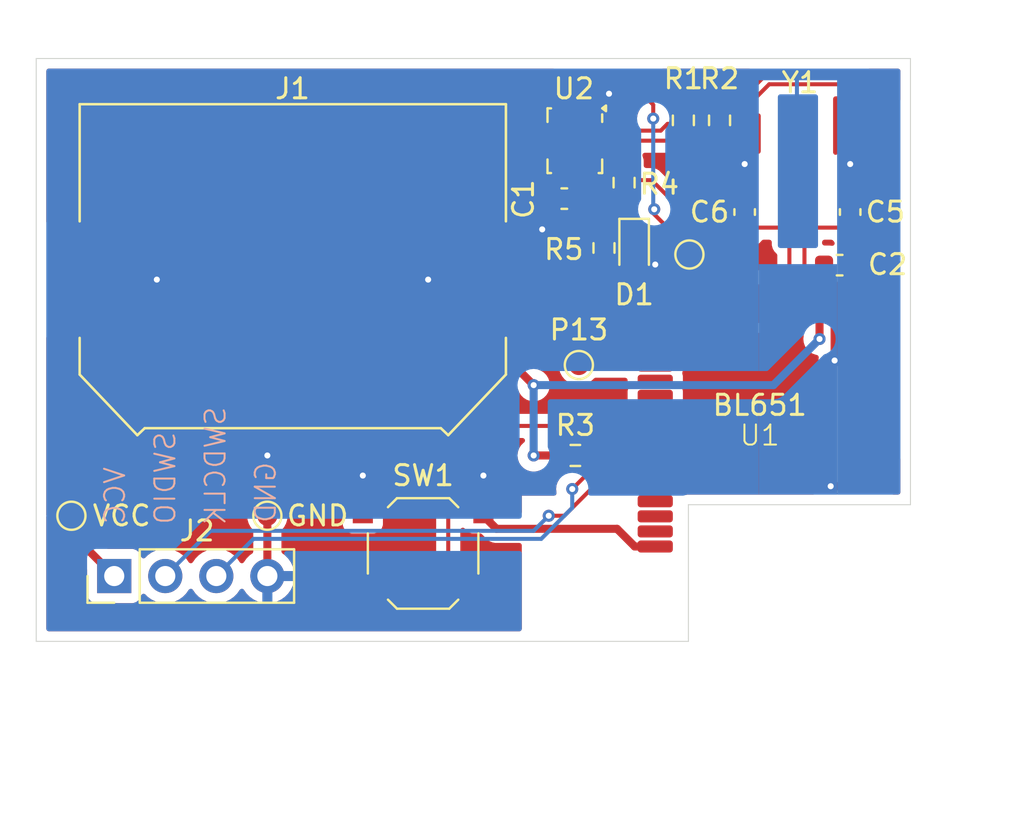
<source format=kicad_pcb>
(kicad_pcb (version 20240108) (generator "pcbnew") (generator_version "8.0")
  (layers (0 "F.Cu" signal) (31 "B.Cu" signal) (34 "B.Paste" user) (35 "F.Paste" user) (36 "B.SilkS" user "B.Silkscreen") (37 "F.SilkS" user "F.Silkscreen") (38 "B.Mask" user) (39 "F.Mask" user) (44 "Edge.Cuts" user))
  (net 0 "")
  (net 1 "GND")
  (net 2 "VCC")
  (net 3 "SCL_1")
  (net 4 "SDA_1")
  (net 5 "Net-(U1-nRESET)")
  (net 7 "SWDCLK")
  (net 17 "INT_1")
  (net 20 "SWDIO")
  (net 24 "Net-(TP1-Pad1)")
  (net 26 "XL2")
  (net 28 "XL1")
  (net 31 "INT_2")
  (net 38 "Net-(D1-K)")
  (net 39 "Net-(U2-CS)")
  (net 40 "I{slash}O 9")
  (footprint "Resistor_SMD:R_0603_1608Metric" (layer "F.Cu") (at 53 30.425 90)
    (property "Reference" "R5" (at -0.075 -2 180) (layer "F.SilkS"))
    (property "Value" "100")
    (fp_line (start -0.237258 -0.5225) (end 0.237258 -0.5225) (stroke (width 0.12)) (layer "F.SilkS"))
    (fp_line (start -0.237258 0.5225) (end 0.237258 0.5225) (stroke (width 0.12)) (layer "F.SilkS"))
    (pad "1" smd roundrect (at -0.825 0 90) (size 0.8 0.95) (layers "F.Cu" "F.Paste" "F.Mask") (net 2 "VCC"))
    (pad "2" smd roundrect (at 0.825 0 90) (size 0.8 0.95) (layers "F.Cu" "F.Paste" "F.Mask") (net 38 "Net-(D1-K)"))
  )
  (footprint "Resistor_SMD:R_0603_1608Metric" (layer "F.Cu") (at 58.75 24.075 90)
    (property "Reference" "R2" (at 2.075 0 0) (layer "F.SilkS"))
    (property "Value" "4.7k")
    (fp_line (start -0.237258 -0.5225) (end 0.237258 -0.5225) (stroke (width 0.12)) (layer "F.SilkS"))
    (fp_line (start -0.237258 0.5225) (end 0.237258 0.5225) (stroke (width 0.12)) (layer "F.SilkS"))
    (pad "1" smd roundrect (at -0.825 0 90) (size 0.8 0.95) (layers "F.Cu" "F.Paste" "F.Mask") (net 4 "SDA_1"))
    (pad "2" smd roundrect (at 0.825 0 90) (size 0.8 0.95) (layers "F.Cu" "F.Paste" "F.Mask") (net 2 "VCC"))
  )
  (footprint "Connector_PinHeader_2.54mm:PinHeader_1x04_P2.54mm_Vertical" (layer "F.Cu") (at 28.63 46.75 90)
    (property "Reference" "J2" (at 2.25 4.12 0) (layer "F.SilkS"))
    (property "Value" "1x04")
    (fp_line (start -1.33 -1.33) (end 0 -1.33) (stroke (width 0.12)) (layer "F.SilkS"))
    (fp_line (start -1.33 0) (end -1.33 -1.33) (stroke (width 0.12)) (layer "F.SilkS"))
    (fp_line (start 1.33 1.27) (end 1.33 8.95) (stroke (width 0.12)) (layer "F.SilkS"))
    (fp_line (start -1.33 1.27) (end 1.33 1.27) (stroke (width 0.12)) (layer "F.SilkS"))
    (fp_line (start -1.33 1.27) (end -1.33 8.95) (stroke (width 0.12)) (layer "F.SilkS"))
    (fp_line (start -1.33 8.95) (end 1.33 8.95) (stroke (width 0.12)) (layer "F.SilkS"))
    (pad "1" thru_hole rect (at 0 0 90) (size 1.7 1.7) (drill 1) (layers "*.Cu" "*.Mask") (net 2 "VCC"))
    (pad "2" thru_hole oval (at 0 2.54 90) (size 1.7 1.7) (drill 1) (layers "*.Cu" "*.Mask") (net 20 "SWDIO"))
    (pad "3" thru_hole oval (at 0 5.08 90) (size 1.7 1.7) (drill 1) (layers "*.Cu" "*.Mask") (net 7 "SWDCLK"))
    (pad "4" thru_hole oval (at 0 7.62 90) (size 1.7 1.7) (drill 1) (layers "*.Cu" "*.Mask") (net 1 "GND"))
  )
  (footprint "Resistor_SMD:R_0603_1608Metric" (layer "F.Cu") (at 54 27.175 -90)
    (property "Reference" "R4" (at 0.075 -1.75 180) (layer "F.SilkS"))
    (property "Value" "4.7k")
    (fp_line (start -0.237258 0.5225) (end 0.237258 0.5225) (stroke (width 0.12)) (layer "F.SilkS"))
    (fp_line (start -0.237258 -0.5225) (end 0.237258 -0.5225) (stroke (width 0.12)) (layer "F.SilkS"))
    (pad "1" smd roundrect (at -0.825 0 270) (size 0.8 0.95) (layers "F.Cu" "F.Paste" "F.Mask") (net 39 "Net-(U2-CS)"))
    (pad "2" smd roundrect (at 0.825 0 270) (size 0.8 0.95) (layers "F.Cu" "F.Paste" "F.Mask") (net 2 "VCC"))
  )
  (footprint "TestPoint:TestPoint_Pad_D1.0mm" (layer "F.Cu") (at 51.75 36.25)
    (property "Reference" "P13" (at 0 -1.75 0) (layer "F.SilkS"))
    (property "Value" "TestPoint")
    (fp_circle (center 0 0) (end 0 0.7) (stroke (width 0.12)) (fill none) (layer "F.SilkS"))
    (pad "1" smd circle (at 0 0) (size 1 1) (layers "F.Cu" "F.Mask") (net 24 "Net-(TP1-Pad1)"))
  )
  (footprint "Resistor_SMD:R_0603_1608Metric" (layer "F.Cu") (at 56.95 24.075 -90)
    (property "Reference" "R1" (at -2.075 0 0) (layer "F.SilkS"))
    (property "Value" "4.7k")
    (fp_line (start -0.237258 0.5225) (end 0.237258 0.5225) (stroke (width 0.12)) (layer "F.SilkS"))
    (fp_line (start -0.237258 -0.5225) (end 0.237258 -0.5225) (stroke (width 0.12)) (layer "F.SilkS"))
    (pad "1" smd roundrect (at -0.825 0 270) (size 0.8 0.95) (layers "F.Cu" "F.Paste" "F.Mask") (net 2 "VCC"))
    (pad "2" smd roundrect (at 0.825 0 270) (size 0.8 0.95) (layers "F.Cu" "F.Paste" "F.Mask") (net 3 "SCL_1"))
  )
  (footprint "Capacitor_SMD:C_0603_1608Metric" (layer "F.Cu") (at 64.725 31.28 180)
    (property "Reference" "C2" (at -2.3875 0.03 0) (layer "F.SilkS"))
    (property "Value" "100nF")
    (fp_line (start -0.14058 0.51) (end 0.14058 0.51) (stroke (width 0.12)) (layer "F.SilkS"))
    (fp_line (start -0.14058 -0.51) (end 0.14058 -0.51) (stroke (width 0.12)) (layer "F.SilkS"))
    (pad "1" smd roundrect (at -0.775 0 180) (size 0.9 0.95) (layers "F.Cu" "F.Paste" "F.Mask") (net 1 "GND"))
    (pad "2" smd roundrect (at 0.775 0 180) (size 0.9 0.95) (layers "F.Cu" "F.Paste" "F.Mask") (net 2 "VCC"))
  )
  (footprint "Capacitor_SMD:C_0603_1608Metric" (layer "F.Cu") (at 60 28.6375 -90)
    (property "Reference" "C6" (at 0 1.75 0) (layer "F.SilkS"))
    (property "Value" "12pF")
    (fp_line (start -0.14058 0.51) (end 0.14058 0.51) (stroke (width 0.12)) (layer "F.SilkS"))
    (fp_line (start -0.14058 -0.51) (end 0.14058 -0.51) (stroke (width 0.12)) (layer "F.SilkS"))
    (pad "1" smd roundrect (at -0.775 0 270) (size 0.9 0.95) (layers "F.Cu" "F.Paste" "F.Mask") (net 1 "GND"))
    (pad "2" smd roundrect (at 0.775 0 270) (size 0.9 0.95) (layers "F.Cu" "F.Paste" "F.Mask") (net 26 "XL2"))
  )
  (footprint "TestPoint:TestPoint_Pad_D1.0mm" (layer "F.Cu") (at 57.25 30.75)
    (property "Reference" "TP4" (hide yes))
    (property "Value" "TestPoint")
    (fp_circle (center 0 0) (end 0 0.7) (stroke (width 0.12)) (fill none) (layer "F.SilkS"))
    (pad "1" smd circle (at 0 0) (size 1 1) (layers "F.Cu" "F.Mask") (net 17 "INT_1"))
  )
  (footprint "Capacitor_SMD:C_0603_1608Metric" (layer "F.Cu") (at 51.025 27.97 180)
    (property "Reference" "C1" (at 2.0375 -0.03 -90) (layer "F.SilkS"))
    (property "Value" "100nF")
    (fp_line (start -0.14058 0.51) (end 0.14058 0.51) (stroke (width 0.12)) (layer "F.SilkS"))
    (fp_line (start -0.14058 -0.51) (end 0.14058 -0.51) (stroke (width 0.12)) (layer "F.SilkS"))
    (pad "1" smd roundrect (at -0.775 0 180) (size 0.9 0.95) (layers "F.Cu" "F.Paste" "F.Mask") (net 2 "VCC"))
    (pad "2" smd roundrect (at 0.775 0 180) (size 0.9 0.95) (layers "F.Cu" "F.Paste" "F.Mask") (net 1 "GND"))
  )
  (footprint "Resistor_SMD:R_0603_1608Metric" (layer "F.Cu") (at 51.575 40.75)
    (property "Reference" "R3" (at 0 -1.5 180) (layer "F.SilkS"))
    (property "Value" "4.7k")
    (fp_line (start -0.237258 -0.5225) (end 0.237258 -0.5225) (stroke (width 0.12)) (layer "F.SilkS"))
    (fp_line (start -0.237258 0.5225) (end 0.237258 0.5225) (stroke (width 0.12)) (layer "F.SilkS"))
    (pad "1" smd roundrect (at -0.825 0) (size 0.8 0.95) (layers "F.Cu" "F.Paste" "F.Mask") (net 2 "VCC"))
    (pad "2" smd roundrect (at 0.825 0) (size 0.8 0.95) (layers "F.Cu" "F.Paste" "F.Mask") (net 5 "Net-(U1-nRESET)"))
  )
  (footprint "Custom Components:Euzrio 453-00005" (layer "F.Cu") (at 60.65 47.53 180)
    (property "Reference" "U1" (at -0.1 7.78 0) (layer "F.SilkS") (effects (font (thickness 0.1))))
    (property "Value" "~")
    (fp_text user "BL651" (at -0.1 9.28 0) (layer "F.SilkS"))
    (pad "1" smd roundrect (at 5.1 2.25 180) (size 1.75 0.6) (layers "F.Cu" "F.Paste" "F.Mask") (net 1 "GND"))
    (pad "2" smd roundrect (at 5.1 3 180) (size 1.75 0.6) (layers "F.Cu" "F.Paste" "F.Mask"))
    (pad "3" smd roundrect (at 5.1 3.75 180) (size 1.75 0.6) (layers "F.Cu" "F.Paste" "F.Mask"))
    (pad "4" smd roundrect (at 5.1 4.5 180) (size 1.75 0.6) (layers "F.Cu" "F.Paste" "F.Mask"))
    (pad "5" smd roundrect (at 5.1 5.25 180) (size 1.75 0.6) (layers "F.Cu" "F.Paste" "F.Mask") (net 20 "SWDIO"))
    (pad "6" smd roundrect (at 5.1 6 180) (size 1.75 0.6) (layers "F.Cu" "F.Paste" "F.Mask") (net 7 "SWDCLK"))
    (pad "7" smd roundrect (at 5.1 6.75 180) (size 1.75 0.6) (layers "F.Cu" "F.Paste" "F.Mask") (net 5 "Net-(U1-nRESET)"))
    (pad "8" smd roundrect (at 5.1 7.5 180) (size 1.75 0.6) (layers "F.Cu" "F.Paste" "F.Mask"))
    (pad "9" smd roundrect (at 5.1 8.25 180) (size 1.75 0.6) (layers "F.Cu" "F.Paste" "F.Mask") (net 40 "I{slash}O 9"))
    (pad "10" smd roundrect (at 5.1 9 180) (size 1.75 0.6) (layers "F.Cu" "F.Paste" "F.Mask"))
    (pad "11" smd roundrect (at 5.1 9.75 180) (size 1.75 0.6) (layers "F.Cu" "F.Paste" "F.Mask"))
    (pad "12" smd roundrect (at 5.1 10.5 180) (size 1.75 0.6) (layers "F.Cu" "F.Paste" "F.Mask"))
    (pad "13" smd roundrect (at 5.1 11.25 180) (size 1.75 0.6) (layers "F.Cu" "F.Paste" "F.Mask") (net 24 "Net-(TP1-Pad1)"))
    (pad "14" smd roundrect (at 5.1 12 180) (size 1.75 0.6) (layers "F.Cu" "F.Paste" "F.Mask"))
    (pad "15" smd roundrect (at 5.1 12.75 180) (size 1.75 0.6) (layers "F.Cu" "F.Paste" "F.Mask"))
    (pad "16" smd roundrect (at 5.1 13.5 180) (size 1.75 0.6) (layers "F.Cu" "F.Paste" "F.Mask") (net 1 "GND"))
    (pad "17" smd roundrect (at 3.675 14.25 270) (size 1.75 0.6) (layers "F.Cu" "F.Paste" "F.Mask"))
    (pad "18" smd roundrect (at 2.925 14.25 270) (size 1.75 0.6) (layers "F.Cu" "F.Paste" "F.Mask"))
    (pad "19" smd roundrect (at 2.175 14.25 270) (size 1.75 0.6) (layers "F.Cu" "F.Paste" "F.Mask"))
    (pad "20" smd roundrect (at 1.425 14.25 270) (size 1.75 0.6) (layers "F.Cu" "F.Paste" "F.Mask"))
    (pad "21" smd roundrect (at 0.675 14.25 270) (size 1.75 0.6) (layers "F.Cu" "F.Paste" "F.Mask") (net 17 "INT_1"))
    (pad "22" smd roundrect (at -0.075 14.25 270) (size 1.75 0.6) (layers "F.Cu" "F.Paste" "F.Mask") (net 31 "INT_2"))
    (pad "23" smd roundrect (at -0.825 14.25 270) (size 1.75 0.6) (layers "F.Cu" "F.Paste" "F.Mask"))
    (pad "24" smd roundrect (at -1.575 14.25 270) (size 1.75 0.6) (layers "F.Cu" "F.Paste" "F.Mask") (net 26 "XL2"))
    (pad "25" smd roundrect (at -2.325 14.25 270) (size 1.75 0.6) (layers "F.Cu" "F.Paste" "F.Mask") (net 28 "XL1"))
    (pad "26" smd roundrect (at -3.075 14.25 270) (size 1.75 0.6) (layers "F.Cu" "F.Paste" "F.Mask") (net 2 "VCC"))
    (pad "27" smd roundrect (at -3.825 14.25 270) (size 1.75 0.6) (layers "F.Cu" "F.Paste" "F.Mask") (net 1 "GND"))
    (pad "28" smd roundrect (at -5.25 13.5 180) (size 1.75 0.6) (layers "F.Cu" "F.Paste" "F.Mask"))
    (pad "29" smd roundrect (at -5.25 12.75 180) (size 1.75 0.6) (layers "F.Cu" "F.Paste" "F.Mask"))
    (pad "30" smd roundrect (at -5.25 12 180) (size 1.75 0.6) (layers "F.Cu" "F.Paste" "F.Mask"))
    (pad "31" smd roundrect (at -5.25 11.25 180) (size 1.75 0.6) (layers "F.Cu" "F.Paste" "F.Mask"))
    (pad "32" smd roundrect (at -5.25 10.5 180) (size 1.75 0.6) (layers "F.Cu" "F.Paste" "F.Mask"))
    (pad "33" smd roundrect (at -5.25 9.75 180) (size 1.75 0.6) (layers "F.Cu" "F.Paste" "F.Mask"))
    (pad "34" smd roundrect (at -5.25 9 180) (size 1.75 0.6) (layers "F.Cu" "F.Paste" "F.Mask"))
    (pad "35" smd roundrect (at -5.25 8.25 180) (size 1.75 0.6) (layers "F.Cu" "F.Paste" "F.Mask"))
    (pad "36" smd roundrect (at -5.25 7.5 180) (size 1.75 0.6) (layers "F.Cu" "F.Paste" "F.Mask") (net 3 "SCL_1"))
    (pad "37" smd roundrect (at -5.25 6.75 180) (size 1.75 0.6) (layers "F.Cu" "F.Paste" "F.Mask") (net 4 "SDA_1"))
    (pad "38" smd roundrect (at -5.25 6 180) (size 1.75 0.6) (layers "F.Cu" "F.Paste" "F.Mask"))
    (pad "39" smd roundrect (at -5.25 5.25 180) (size 1.75 0.6) (layers "F.Cu" "F.Paste" "F.Mask") (net 1 "GND"))
  )
  (footprint "TestPoint:TestPoint_Pad_D1.0mm" (layer "F.Cu") (at 26.5 43.75)
    (property "Reference" "VCC" (at 2.5 0 0) (layer "F.SilkS"))
    (property "Value" "TestPoint")
    (fp_circle (center 0 0) (end 0 0.7) (stroke (width 0.12)) (fill none) (layer "F.SilkS"))
    (pad "1" smd circle (at 0 0) (size 1 1) (layers "F.Cu" "F.Mask") (net 2 "VCC"))
  )
  (footprint "Button_Switch_SMD:SW_Push_1P1T_XKB_TS-1187A" (layer "F.Cu") (at 44 45.625 180)
    (property "Reference" "SW1" (at 0 3.875 180) (layer "F.SilkS"))
    (property "Value" "SW_Push")
    (fp_line (start 2.75 -1) (end 2.75 1) (stroke (width 0.12)) (layer "F.SilkS"))
    (fp_line (start 1.75 2.3) (end 1.3 2.75) (stroke (width 0.12)) (layer "F.SilkS"))
    (fp_line (start 1.75 -2.3) (end 1.3 -2.75) (stroke (width 0.12)) (layer "F.SilkS"))
    (fp_line (start -1.3 2.75) (end 1.3 2.75) (stroke (width 0.12)) (layer "F.SilkS"))
    (fp_line (start -1.3 -2.75) (end 1.3 -2.75) (stroke (width 0.12)) (layer "F.SilkS"))
    (fp_line (start -1.75 2.3) (end -1.3 2.75) (stroke (width 0.12)) (layer "F.SilkS"))
    (fp_line (start -1.75 -2.3) (end -1.3 -2.75) (stroke (width 0.12)) (layer "F.SilkS"))
    (fp_line (start -2.75 -1) (end -2.75 1) (stroke (width 0.12)) (layer "F.SilkS"))
    (pad "1" smd rect (at -3 -1.875 180) (size 1 0.75) (layers "F.Cu" "F.Paste" "F.Mask") (net 40 "I{slash}O 9"))
    (pad "1" smd rect (at 3 -1.875 180) (size 1 0.75) (layers "F.Cu" "F.Paste" "F.Mask") (net 40 "I{slash}O 9"))
    (pad "2" smd rect (at -3 1.875 180) (size 1 0.75) (layers "F.Cu" "F.Paste" "F.Mask") (net 1 "GND"))
    (pad "2" smd rect (at 3 1.875 180) (size 1 0.75) (layers "F.Cu" "F.Paste" "F.Mask") (net 1 "GND"))
  )
  (footprint "LED_SMD:LED_0603_1608Metric" (layer "F.Cu") (at 54.5 30.4625 -90)
    (property "Reference" "D1" (at 2.2875 0 180) (layer "F.SilkS"))
    (property "Value" "LED")
    (fp_line (start -1.485 0.735) (end 0.8 0.735) (stroke (width 0.12)) (layer "F.SilkS"))
    (fp_line (start -1.485 -0.735) (end -1.485 0.735) (stroke (width 0.12)) (layer "F.SilkS"))
    (fp_line (start 0.8 -0.735) (end -1.485 -0.735) (stroke (width 0.12)) (layer "F.SilkS"))
    (pad "1" smd roundrect (at -0.7875 0 270) (size 0.875 0.95) (layers "F.Cu" "F.Paste" "F.Mask") (net 38 "Net-(D1-K)"))
    (pad "2" smd roundrect (at 0.7875 0 270) (size 0.875 0.95) (layers "F.Cu" "F.Paste" "F.Mask") (net 1 "GND"))
  )
  (footprint "32.768khz crystal:CM130 32.768 DZCT" (layer "F.Cu") (at 56.65 26.45 90)
    (property "Reference" "Y1" (hide yes))
    (property "Value" "CM130_9pf_+-20ppm")
    (pad "1" smd roundrect (at -3.3 6.4 90) (size 1.2 0.6) (layers "F.Cu" "F.Paste" "F.Mask") (net 28 "XL1"))
    (pad "2" smd roundrect (at -3.3 5.5 90) (size 1.2 0.6) (layers "F.Cu" "F.Paste" "F.Mask") (net 26 "XL2"))
    (pad "3" smd roundrect (at 3 6.4 90) (size 1.2 0.6) (layers "F.Cu" "F.Paste" "F.Mask"))
    (pad "4" smd roundrect (at 3 5.5 90) (size 1.2 0.6) (layers "F.Cu" "F.Paste" "F.Mask"))
  )
  (footprint "Coin_cell_batt:BAT_3034" (layer "F.Cu") (at 37.515 32 180)
    (property "Reference" "J1" (at 0.015 9.5 0) (layer "F.SilkS"))
    (property "Value" "3034")
    (fp_line (start 10.605 8.7286) (end 10.605 2.9) (stroke (width 0.127)) (layer "F.SilkS"))
    (fp_line (start 10.605 -4.72297) (end 10.605 -2.9) (stroke (width 0.127)) (layer "F.SilkS"))
    (fp_line (start 7.73413 -7.74146) (end 10.605 -4.72297) (stroke (width 0.127)) (layer "F.SilkS"))
    (fp_line (start 7.366 -7.3914) (end 7.73413 -7.74146) (stroke (width 0.127)) (layer "F.SilkS"))
    (fp_line (start -7.366 -7.3914) (end 7.366 -7.3914) (stroke (width 0.127)) (layer "F.SilkS"))
    (fp_line (start -7.73413 -7.74146) (end -7.366 -7.3914) (stroke (width 0.127)) (layer "F.SilkS"))
    (fp_line (start -7.73413 -7.74146) (end -10.605 -4.72297) (stroke (width 0.127)) (layer "F.SilkS"))
    (fp_line (start -10.605 8.7286) (end 10.605 8.7286) (stroke (width 0.127)) (layer "F.SilkS"))
    (fp_line (start -10.605 8.7286) (end -10.605 2.9) (stroke (width 0.127)) (layer "F.SilkS"))
    (fp_line (start -10.605 -4.72297) (end -10.605 -2.9) (stroke (width 0.127)) (layer "F.SilkS"))
    (pad "N" smd circle (at 0 0 180) (size 12 12) (layers "F.Cu" "F.Mask") (net 1 "GND"))
    (pad "P1" smd rect (at -10.985 0 180) (size 1.27 5.08) (layers "F.Cu" "F.Paste" "F.Mask") (net 2 "VCC"))
    (pad "P2" smd rect (at 10.985 0 180) (size 1.27 5.08) (layers "F.Cu" "F.Paste" "F.Mask") (net 2 "VCC"))
  )
  (footprint "Capacitor_SMD:C_0603_1608Metric" (layer "F.Cu") (at 65.25 28.6375 -90)
    (property "Reference" "C5" (at 0 -1.75 0) (layer "F.SilkS"))
    (property "Value" "12pF")
    (fp_line (start -0.14058 0.51) (end 0.14058 0.51) (stroke (width 0.12)) (layer "F.SilkS"))
    (fp_line (start -0.14058 -0.51) (end 0.14058 -0.51) (stroke (width 0.12)) (layer "F.SilkS"))
    (pad "1" smd roundrect (at -0.775 0 270) (size 0.9 0.95) (layers "F.Cu" "F.Paste" "F.Mask") (net 1 "GND"))
    (pad "2" smd roundrect (at 0.775 0 270) (size 0.9 0.95) (layers "F.Cu" "F.Paste" "F.Mask") (net 28 "XL1"))
  )
  (footprint "Package_LGA:LGA-14_3x2.5mm_P0.5mm_LayoutBorder3x4y" (layer "F.Cu") (at 51.55 25.0875 -90)
    (property "Reference" "U2" (at -2.5875 0.05 180) (layer "F.SilkS"))
    (property "Value" "LSM6DS3")
    (fp_line (start -1.61 1.36) (end -1.61 1.185) (stroke (width 0.12)) (layer "F.SilkS"))
    (fp_line (start -0.935 1.36) (end -1.61 1.36) (stroke (width 0.12)) (layer "F.SilkS"))
    (fp_line (start 0.935 1.36) (end 1.61 1.36) (stroke (width 0.12)) (layer "F.SilkS"))
    (fp_line (start 1.61 1.36) (end 1.61 1.185) (stroke (width 0.12)) (layer "F.SilkS"))
    (fp_line (start -0.935 -1.36) (end -1.31 -1.36) (stroke (width 0.12)) (layer "F.SilkS"))
    (fp_line (start 0.935 -1.36) (end 1.61 -1.36) (stroke (width 0.12)) (layer "F.SilkS"))
    (fp_line (start 1.61 -1.36) (end 1.61 -1.185) (stroke (width 0.12)) (layer "F.SilkS"))
    (fp_poly (pts (xy -1.61 -1.36) (xy -1.75 -1.55) (xy -1.47 -1.55) (xy -1.61 -1.36)) (stroke (width 0.12)) (fill solid) (layer "F.SilkS"))
    (pad "1" smd roundrect (at -1.1625 -0.75 270) (size 0.625 0.35) (layers "F.Cu" "F.Paste" "F.Mask") (net 1 "GND"))
    (pad "2" smd roundrect (at -1.1625 -0.25 270) (size 0.625 0.35) (layers "F.Cu" "F.Paste" "F.Mask") (net 1 "GND"))
    (pad "3" smd roundrect (at -1.1625 0.25 270) (size 0.625 0.35) (layers "F.Cu" "F.Paste" "F.Mask") (net 1 "GND"))
    (pad "4" smd roundrect (at -1.1625 0.75 270) (size 0.625 0.35) (layers "F.Cu" "F.Paste" "F.Mask") (net 17 "INT_1"))
    (pad "5" smd roundrect (at -0.5 0.9125 270) (size 0.35 0.625) (layers "F.Cu" "F.Paste" "F.Mask") (net 2 "VCC"))
    (pad "6" smd roundrect (at 0 0.9125 270) (size 0.35 0.625) (layers "F.Cu" "F.Paste" "F.Mask") (net 1 "GND"))
    (pad "7" smd roundrect (at 0.5 0.9125 270) (size 0.35 0.625) (layers "F.Cu" "F.Paste" "F.Mask") (net 1 "GND"))
    (pad "8" smd roundrect (at 1.1625 0.75 270) (size 0.625 0.35) (layers "F.Cu" "F.Paste" "F.Mask") (net 2 "VCC"))
    (pad "9" smd roundrect (at 1.1625 0.25 270) (size 0.625 0.35) (layers "F.Cu" "F.Paste" "F.Mask") (net 31 "INT_2"))
    (pad "10" smd roundrect (at 1.1625 -0.25 270) (size 0.625 0.35) (layers "F.Cu" "F.Paste" "F.Mask"))
    (pad "11" smd roundrect (at 1.1625 -0.75 270) (size 0.625 0.35) (layers "F.Cu" "F.Paste" "F.Mask"))
    (pad "12" smd roundrect (at 0.5 -0.9125 270) (size 0.35 0.625) (layers "F.Cu" "F.Paste" "F.Mask") (net 39 "Net-(U2-CS)"))
    (pad "13" smd roundrect (at 0 -0.9125 270) (size 0.35 0.625) (layers "F.Cu" "F.Paste" "F.Mask") (net 3 "SCL_1"))
    (pad "14" smd roundrect (at -0.5 -0.9125 270) (size 0.35 0.625) (layers "F.Cu" "F.Paste" "F.Mask") (net 4 "SDA_1"))
  )
  (footprint "TestPoint:TestPoint_Pad_D1.0mm" (layer "F.Cu") (at 36.25 43.75)
    (property "Reference" "GND" (at 2.5 0 180) (layer "F.SilkS"))
    (property "Value" "TestPoint")
    (fp_circle (center 0 0) (end 0 0.7) (stroke (width 0.12)) (fill none) (layer "F.SilkS"))
    (pad "1" smd circle (at 0 0) (size 1 1) (layers "F.Cu" "F.Mask") (net 1 "GND"))
  )
  (gr_line (start 57.2 43.2) (end 68.25 43.2) (stroke (width 0.05)) (layer "Edge.Cuts"))
  (gr_line (start 24.75 21) (end 68.25 21) (stroke (width 0.05)) (layer "Edge.Cuts"))
  (gr_line (start 24.75 50) (end 57.2 50) (stroke (width 0.05)) (layer "Edge.Cuts"))
  (gr_line (start 68.25 21) (end 68.25 43.2) (stroke (width 0.05)) (layer "Edge.Cuts"))
  (gr_line (start 57.2 50) (end 57.2 43.2) (stroke (width 0.05)) (layer "Edge.Cuts"))
  (gr_line (start 24.75 21) (end 24.75 50) (stroke (width 0.05)) (layer "Edge.Cuts"))
  (gr_text "SWDCLK" (at 34.25 38.25 90) (layer "B.SilkS") (effects (font (size 1 1) (thickness 0.1)) (justify left bottom mirror)))
  (gr_text "VCC" (at 29.25 41.25 90) (layer "B.SilkS") (effects (font (size 1 1) (thickness 0.1)) (justify left bottom mirror)))
  (gr_text "GND" (at 36.75 41 90) (layer "B.SilkS") (effects (font (size 1 1) (thickness 0.1)) (justify left bottom mirror)))
  (gr_text "SWDIO" (at 31.75 39.5 90) (layer "B.SilkS") (effects (font (size 1 1) (thickness 0.1)) (justify left bottom mirror)))
  (gr_text "Y1" (at 62.75 22.2 0) (layer "F.SilkS") (effects (font (size 1 1))))
  (segment (start 64.6 33.255) (end 64.575 33.28) (width 0.2) (layer "F.Cu") (net 1))
  (segment (start 49.925 25.987501) (end 50.325001 25.5875) (width 0.2) (layer "F.Cu") (net 1))
  (segment (start 55.55 31.25) (end 54.5 31.25) (width 0.4) (layer "F.Cu") (net 1))
  (segment (start 64.475 32.53) (end 65.725 31.28) (width 0.4) (layer "F.Cu") (net 1))
  (segment (start 53.65 44.4) (end 54.53 45.28) (width 0.4) (layer "F.Cu") (net 1))
  (segment (start 52.3 23.7) (end 52.3 23.925) (width 0.4) (layer "F.Cu") (net 1))
  (segment (start 54.53 45.28) (end 55.55 45.28) (width 0.4) (layer "F.Cu") (net 1))
  (segment (start 37.515 32) (end 30.75 32) (width 0.4) (layer "F.Cu") (net 1))
  (segment (start 41 43.75) (end 41 41.75) (width 0.4) (layer "F.Cu") (net 1))
  (segment (start 51.8 23.925) (end 51.375 23.925) (width 0.4) (layer "F.Cu") (net 1))
  (segment (start 66.65 42.28) (end 65.8 42.28) (width 0.2) (layer "F.Cu") (net 1))
  (segment (start 55.55 34.03) (end 55.55 31.25) (width 0.4) (layer "F.Cu") (net 1))
  (segment (start 60 27.775) (end 60 26.25) (width 0.4) (layer "F.Cu") (net 1))
  (segment (start 49.925 29.5) (end 49.925 25.987501) (width 0.2) (layer "F.Cu") (net 1))
  (segment (start 64.475 36.025) (end 64.475 33.28) (width 0.4) (layer "F.Cu") (net 1))
  (segment (start 52.3 23.925) (end 51.8 23.925) (width 0.4) (layer "F.Cu") (net 1))
  (segment (start 36.25 43.75) (end 36.25 40.75) (width 0.4) (layer "F.Cu") (net 1))
  (segment (start 64.6 33.305) (end 64.375 33.53) (width 0.2) (layer "F.Cu") (net 1))
  (segment (start 50.6375 25.5875) (end 50.6375 25.0875) (width 0.2) (layer "F.Cu") (net 1))
  (segment (start 47 41.75) (end 47 43.75) (width 0.4) (layer "F.Cu") (net 1))
  (segment (start 47 43.75) (end 47.65 44.4) (width 0.4) (layer "F.Cu") (net 1))
  (segment (start 64.475 33.28) (end 64.475 32.53) (width 0.4) (layer "F.Cu") (net 1))
  (segment (start 44.25 32) (end 37.515 32) (width 0.4) (layer "F.Cu") (net 1))
  (segment (start 47.65 44.4) (end 53.65 44.4) (width 0.4) (layer "F.Cu") (net 1))
  (segment (start 36.25 46.75) (end 36.25 43.75) (width 0.4) (layer "F.Cu") (net 1))
  (segment (start 64.28 42.28) (end 65.9 42.28) (width 0.4) (layer "F.Cu") (net 1))
  (segment (start 35.82 35) (end 35.79 35.03) (width 0.4) (layer "F.Cu") (net 1))
  (segment (start 53.25 22.75) (end 52.3 23.7) (width 0.4) (layer "F.Cu") (net 1))
  (segment (start 65.25 27.775) (end 65.25 26.25) (width 0.4) (layer "F.Cu") (net 1))
  (segment (start 50.325001 25.5875) (end 50.6375 25.5875) (width 0.2) (layer "F.Cu") (net 1))
  (via (at 53.25 22.75) (size 0.6) (drill 0.3) (layers "F.Cu" "B.Cu") (net 1))
  (via (at 60 26.25) (size 0.6) (drill 0.3) (layers "F.Cu" "B.Cu") (net 1))
  (via (at 36.25 40.75) (size 0.6) (drill 0.3) (layers "F.Cu" "B.Cu") (net 1))
  (via (at 65.25 26.25) (size 0.6) (drill 0.3) (layers "F.Cu" "B.Cu") (net 1))
  (via (at 64.475 36.025) (size 0.6) (drill 0.3) (layers "F.Cu" "B.Cu") (net 1))
  (via (at 47 41.75) (size 0.6) (drill 0.3) (layers "F.Cu" "B.Cu") (net 1))
  (via (at 55.55 31.25) (size 0.6) (drill 0.3) (layers "F.Cu" "B.Cu") (net 1))
  (via (at 30.75 32) (size 0.6) (drill 0.3) (layers "F.Cu" "B.Cu") (net 1))
  (via (at 41 41.75) (size 0.6) (drill 0.3) (layers "F.Cu" "B.Cu") (net 1))
  (via (at 44.25 32) (size 0.6) (drill 0.3) (layers "F.Cu" "B.Cu") (net 1))
  (via (at 49.925 29.5) (size 0.6) (drill 0.3) (layers "F.Cu" "B.Cu") (net 1))
  (via (at 64.28 42.28) (size 0.6) (drill 0.3) (layers "F.Cu" "B.Cu") (net 1))
  (segment (start 62.6 21.8) (end 62.6 23) (width 0.2) (layer "B.Cu") (net 1))
  (segment (start 26.53 31.97) (end 33.5 25) (width 0.4) (layer "F.Cu") (net 2))
  (segment (start 56.3 23) (end 54.95 21.65) (width 0.2) (layer "F.Cu") (net 2))
  (segment (start 26.5 43.75) (end 26.5 32.03) (width 0.4) (layer "F.Cu") (net 2))
  (segment (start 41.5 25) (end 48.5 32) (width 0.4) (layer "F.Cu") (net 2))
  (segment (start 51.5625 29.6875) (end 50 31.25) (width 0.4) (layer "F.Cu") (net 2))
  (segment (start 50.8 26.25) (end 50.8 27.12) (width 0.2) (layer "F.Cu") (net 2))
  (segment (start 63.69 33.245) (end 63.725 33.28) (width 0.4) (layer "F.Cu") (net 2))
  (segment (start 53 31.25) (end 50 31.25) (width 0.4) (layer "F.Cu") (net 2))
  (segment (start 63.85 33.305) (end 63.825 33.28) (width 0.2) (layer "F.Cu") (net 2))
  (segment (start 26.5 32.03) (end 26.53 32) (width 0.4) (layer "F.Cu") (net 2))
  (segment (start 49.5 37.25) (end 48.5 36.25) (width 0.4) (layer "F.Cu") (net 2))
  (segment (start 58.75 23) (end 56.95 23) (width 0.2) (layer "F.Cu") (net 2))
  (segment (start 48.5 26.362068) (end 48.5 27) (width 0.2) (layer "F.Cu") (net 2))
  (segment (start 51.5625 27.97) (end 53.97 27.97) (width 0.2) (layer "F.Cu") (net 2))
  (segment (start 26.5 43.75) (end 26.5 44.62) (width 0.4) (layer "F.Cu") (net 2))
  (segment (start 50.8 27.12) (end 51.65 27.97) (width 0.2) (layer "F.Cu") (net 2))
  (segment (start 51.5625 27.97) (end 51.5625 29.6875) (width 0.4) (layer "F.Cu") (net 2))
  (segment (start 33.5 25) (end 41.5 25) (width 0.4) (layer "F.Cu") (net 2))
  (segment (start 63.725 33.28) (end 63.725 31.555) (width 0.4) (layer "F.Cu") (net 2))
  (segment (start 50.75 40.75) (end 49.5 40.75) (width 0.4) (layer "F.Cu") (net 2))
  (segment (start 50.6375 24.5875) (end 50.274568 24.5875) (width 0.2) (layer "F.Cu") (net 2))
  (segment (start 63.725 34.955) (end 63.725 33.28) (width 0.4) (layer "F.Cu") (net 2))
  (segment (start 48.5 24.605784) (end 48.500001 24.605784) (width 0.2) (layer "F.Cu") (net 2))
  (segment (start 48.5 32) (end 48.5 27) (width 0.2) (layer "F.Cu") (net 2))
  (segment (start 54.95 21.65) (end 51.455785 21.65) (width 0.2) (layer "F.Cu") (net 2))
  (segment (start 63.825 34.855) (end 63.725 34.955) (width 0.2) (layer "F.Cu") (net 2))
  (segment (start 63.725 31.555) (end 64 31.28) (width 0.4) (layer "F.Cu") (net 2))
  (segment (start 48.5 27) (end 48.5 24.605784) (width 0.2) (layer "F.Cu") (net 2))
  (segment (start 50 31.25) (end 49.25 31.25) (width 0.4) (layer "F.Cu") (net 2))
  (segment (start 26.5 44.62) (end 28.63 46.75) (width 0.4) (layer "F.Cu") (net 2))
  (segment (start 50.274568 24.5875) (end 48.5 26.362068) (width 0.2) (layer "F.Cu") (net 2))
  (segment (start 63.65 33.305) (end 63.625 33.28) (width 0.2) (layer "F.Cu") (net 2))
  (segment (start 56.95 23) (end 56.3 23) (width 0.2) (layer "F.Cu") (net 2))
  (segment (start 53.97 27.97) (end 54 28) (width 0.2) (layer "F.Cu") (net 2))
  (segment (start 48.500001 24.605784) (end 51.455785 21.65) (width 0.2) (layer "F.Cu") (net 2))
  (segment (start 48.5 36.25) (end 48.5 32) (width 0.4) (layer "F.Cu") (net 2))
  (segment (start 49.25 31.25) (end 48.5 32) (width 0.4) (layer "F.Cu") (net 2))
  (segment (start 26.53 32) (end 26.53 31.97) (width 0.4) (layer "F.Cu") (net 2))
  (via (at 63.725 34.955) (size 0.6) (drill 0.3) (layers "F.Cu" "B.Cu") (net 2))
  (via (at 49.5 40.75) (size 0.6) (drill 0.3) (layers "F.Cu" "B.Cu") (net 2))
  (via (at 49.5 37.25) (size 0.6) (drill 0.3) (layers "F.Cu" "B.Cu") (net 2))
  (segment (start 61.43 37.25) (end 49.5 37.25) (width 0.4) (layer "B.Cu") (net 2))
  (segment (start 63.725 34.955) (end 61.43 37.25) (width 0.4) (layer "B.Cu") (net 2))
  (segment (start 49.5 40.75) (end 49.5 37.25) (width 0.4) (layer "B.Cu") (net 2))
  (segment (start 57.6 25.55) (end 59.45 25.55) (width 0.2) (layer "F.Cu") (net 3))
  (segment (start 65.355 22.28) (end 67.075 24) (width 0.2) (layer "F.Cu") (net 3))
  (segment (start 59.925 25.075) (end 59.925 23.575) (width 0.2) (layer "F.Cu") (net 3))
  (segment (start 59.45 25.55) (end 59.925 25.075) (width 0.2) (layer "F.Cu") (net 3))
  (segment (start 67.075 24) (end 67.075 39.729999) (width 0.2) (layer "F.Cu") (net 3))
  (segment (start 61.22 22.28) (end 65.355 22.28) (width 0.2) (layer "F.Cu") (net 3))
  (segment (start 66.774999 40.03) (end 65.9 40.03) (width 0.2) (layer "F.Cu") (net 3))
  (segment (start 67.075 39.729999) (end 66.774999 40.03) (width 0.2) (layer "F.Cu") (net 3))
  (segment (start 52.7125 25.0875) (end 56.5125 25.0875) (width 0.2) (layer "F.Cu") (net 3))
  (segment (start 56.95 24.9) (end 57.6 25.55) (width 0.2) (layer "F.Cu") (net 3))
  (segment (start 59.925 23.575) (end 61.22 22.28) (width 0.2) (layer "F.Cu") (net 3))
  (segment (start 56.5125 25.0875) (end 56.95 24.65) (width 0.2) (layer "F.Cu") (net 3))
  (segment (start 65.449975 21.88) (end 67.425 23.855025) (width 0.2) (layer "F.Cu") (net 4))
  (segment (start 58.1 24.25) (end 58.75 24.9) (width 0.2) (layer "F.Cu") (net 4))
  (segment (start 55.824852 24.5875) (end 56.162352 24.25) (width 0.2) (layer "F.Cu") (net 4))
  (segment (start 56.162352 24.25) (end 58.1 24.25) (width 0.2) (layer "F.Cu") (net 4))
  (segment (start 58.75 24.9) (end 59.192674 24.9) (width 0.2) (layer "F.Cu") (net 4))
  (segment (start 59.192674 24.9) (end 59.525 24.567674) (width 0.2) (layer "F.Cu") (net 4))
  (segment (start 55.824852 24.5875) (end 52.7125 24.5875) (width 0.2) (layer "F.Cu") (net 4))
  (segment (start 67.425 40.129999) (end 66.774999 40.78) (width 0.2) (layer "F.Cu") (net 4))
  (segment (start 60.984315 21.88) (end 65.449975 21.88) (width 0.2) (layer "F.Cu") (net 4))
  (segment (start 66.774999 40.78) (end 65.9 40.78) (width 0.2) (layer "F.Cu") (net 4))
  (segment (start 59.525 24.567674) (end 59.525 23.339315) (width 0.2) (layer "F.Cu") (net 4))
  (segment (start 59.525 23.339315) (end 60.984315 21.88) (width 0.2) (layer "F.Cu") (net 4))
  (segment (start 67.425 23.855025) (end 67.425 40.129999) (width 0.2) (layer "F.Cu") (net 4))
  (segment (start 55.55 40.78) (end 52.62 40.78) (width 0.2) (layer "F.Cu") (net 5))
  (segment (start 52.31 41.53) (end 55.45 41.53) (width 0.2) (layer "F.Cu") (net 7))
  (segment (start 51.42 42.42) (end 52.31 41.53) (width 0.2) (layer "F.Cu") (net 7))
  (via (at 51.42 42.42) (size 0.6) (drill 0.3) (layers "F.Cu" "B.Cu") (net 7))
  (segment (start 35.56 44.9) (end 49.877818 44.9) (width 0.2) (layer "B.Cu") (net 7))
  (segment (start 33.71 46.75) (end 35.56 44.9) (width 0.2) (layer "B.Cu") (net 7))
  (segment (start 51.42 43.357818) (end 51.42 42.42) (width 0.2) (layer "B.Cu") (net 7))
  (segment (start 49.877818 44.9) (end 51.42 43.357818) (width 0.2) (layer "B.Cu") (net 7))
  (segment (start 54.2 22.05) (end 51.621471 22.05) (width 0.2) (layer "F.Cu") (net 17))
  (segment (start 55.5 28.5) (end 55.5 28.75) (width 0.2) (layer "F.Cu") (net 17))
  (segment (start 50.8 22.871471) (end 50.8 23.925) (width 0.2) (layer "F.Cu") (net 17))
  (segment (start 59.975 32.517894) (end 59.975 33.28) (width 0.2) (layer "F.Cu") (net 17))
  (segment (start 57.25 30.5) (end 57.957106 30.5) (width 0.2) (layer "F.Cu") (net 17))
  (segment (start 55.45 23.3) (end 54.2 22.05) (width 0.2) (layer "F.Cu") (net 17))
  (segment (start 57.957106 30.5) (end 59.975 32.517894) (width 0.2) (layer "F.Cu") (net 17))
  (segment (start 55.5 28.75) (end 57.25 30.5) (width 0.2) (layer "F.Cu") (net 17))
  (segment (start 51.621471 22.05) (end 50.8 22.871471) (width 0.2) (layer "F.Cu") (net 17))
  (segment (start 55.45 23.9875) (end 55.45 23.3) (width 0.2) (layer "F.Cu") (net 17))
  (via (at 55.5 28.5) (size 0.6) (drill 0.3) (layers "F.Cu" "B.Cu") (net 17))
  (via (at 55.45 23.9875) (size 0.6) (drill 0.3) (layers "F.Cu" "B.Cu") (net 17))
  (segment (start 55.5 28.5) (end 55.45 28.45) (width 0.2) (layer "B.Cu") (net 17))
  (segment (start 55.45 28.45) (end 55.45 23.9875) (width 0.2) (layer "B.Cu") (net 17))
  (segment (start 52.497818 42.28) (end 55.45 42.28) (width 0.2) (layer "F.Cu") (net 20))
  (segment (start 51.027818 43.75) (end 52.497818 42.28) (width 0.2) (layer "F.Cu") (net 20))
  (segment (start 50.25 43.75) (end 51.027818 43.75) (width 0.2) (layer "F.Cu") (net 20))
  (via (at 50.25 43.75) (size 0.6) (drill 0.3) (layers "F.Cu" "B.Cu") (net 20))
  (segment (start 31.17 46.75) (end 33.42 44.5) (width 0.2) (layer "B.Cu") (net 20))
  (segment (start 33.42 44.5) (end 49.5 44.5) (width 0.2) (layer "B.Cu") (net 20))
  (segment (start 49.5 44.5) (end 50.25 43.75) (width 0.2) (layer "B.Cu") (net 20))
  (segment (start 51.78 36.28) (end 51.75 36.25) (width 0.2) (layer "F.Cu") (net 24))
  (segment (start 55.55 36.28) (end 51.78 36.28) (width 0.2) (layer "F.Cu") (net 24))
  (segment (start 60 29.4125) (end 62.0325 29.4125) (width 0.2) (layer "F.Cu") (net 26))
  (segment (start 62.15 29.75) (end 62.225 29.825) (width 0.2) (layer "F.Cu") (net 26))
  (segment (start 62.0325 29.4125) (end 62.15 29.53) (width 0.2) (layer "F.Cu") (net 26))
  (segment (start 62.225 29.825) (end 62.225 33.28) (width 0.2) (layer "F.Cu") (net 26))
  (segment (start 63.05 33.255) (end 63.075 33.28) (width 0.2) (layer "F.Cu") (net 28))
  (segment (start 63.1675 29.4125) (end 63.05 29.53) (width 0.2) (layer "F.Cu") (net 28))
  (segment (start 62.93 33.475) (end 62.875 33.53) (width 0.2) (layer "F.Cu") (net 28))
  (segment (start 65.25 29.4125) (end 63.1675 29.4125) (width 0.2) (layer "F.Cu") (net 28))
  (segment (start 62.975 29.825) (end 62.975 33.28) (width 0.2) (layer "F.Cu") (net 28))
  (segment (start 62.93 33.135) (end 63.075 33.28) (width 0.2) (layer "F.Cu") (net 28))
  (segment (start 63.05 29.75) (end 62.975 29.825) (width 0.2) (layer "F.Cu") (net 28))
  (segment (start 60.625 33.53) (end 60.625 32.605) (width 0.2) (layer "F.Cu") (net 31))
  (segment (start 55.369999 27.05) (end 60.725 32.405001) (width 0.2) (layer "F.Cu") (net 31))
  (segment (start 51.737068 27.05) (end 55.369999 27.05) (width 0.2) (layer "F.Cu") (net 31))
  (segment (start 51.3 26.25) (end 51.3 26.612932) (width 0.2) (layer "F.Cu") (net 31))
  (segment (start 60.725 32.405001) (end 60.725 33.28) (width 0.2) (layer "F.Cu") (net 31))
  (segment (start 51.3 26.612932) (end 51.737068 27.05) (width 0.2) (layer "F.Cu") (net 31))
  (segment (start 53.075 29.675) (end 53 29.6) (width 0.2) (layer "F.Cu") (net 38))
  (segment (start 54.5 29.675) (end 53.075 29.675) (width 0.2) (layer "F.Cu") (net 38))
  (segment (start 54.425 29.6) (end 54.5 29.675) (width 0.2) (layer "F.Cu") (net 38))
  (segment (start 53.2375 25.5875) (end 52.4625 25.5875) (width 0.2) (layer "F.Cu") (net 39))
  (segment (start 54 26.35) (end 53.2375 25.5875) (width 0.2) (layer "F.Cu") (net 39))
  (segment (start 48.47 39.28) (end 45.25 42.5) (width 0.2) (layer "F.Cu") (net 40))
  (segment (start 47 47.5) (end 43.75 47.5) (width 0.2) (layer "F.Cu") (net 40))
  (segment (start 45.25 42.5) (end 45.25 46) (width 0.2) (layer "F.Cu") (net 40))
  (segment (start 55.55 39.28) (end 48.47 39.28) (width 0.2) (layer "F.Cu") (net 40))
  (segment (start 45.25 46) (end 43.75 47.5) (width 0.2) (layer "F.Cu") (net 40))
  (segment (start 43.75 47.5) (end 41 47.5) (width 0.2) (layer "F.Cu") (net 40))
  (zone (net 0) (net_name "") (layer "F.Cu") (priority 4) (connect_pads (clearance 0.5)) (min_thickness 0.25) (fill yes (thermal_gap 0.5) (thermal_bridge_width 0.5) (island_removal_mode 1) (island_area_min 10))
    (polygon (pts (xy 24.05 19.4) (xy 69.05 19.4) (xy 69 51) (xy 24 51)))
  )
  (zone (net 0) (net_name "") (layer "F.Cu") (name "crystal_keepout") (connect_pads (clearance 0)) (min_thickness 0.5)
    (keepout (tracks allowed) (vias allowed) (pads allowed) (copperpour not_allowed) (footprints allowed))
    (fill (thermal_gap 0.5) (thermal_bridge_width 0.5) (island_removal_mode 1) (island_area_min 10))
    (polygon (pts (xy 60.8 22.4) (xy 64.4 22.4) (xy 64.4 29) (xy 60.8 29)))
  )
  (zone (net 0) (net_name "") (layers "F&B.Cu") (name "BLE/ANT Antenna") (connect_pads (clearance 0)) (min_thickness 0.25)
    (keepout (tracks allowed) (vias allowed) (pads allowed) (copperpour not_allowed) (footprints allowed))
    (fill (thermal_gap 0.5) (thermal_bridge_width 0.5))
    (polygon (pts (xy 73.91 42.75) (xy 73.91 59) (xy 48.91 59) (xy 48.91 42.75)))
  )
  (zone (net 1) (net_name "GND") (layer "B.Cu") (connect_pads (clearance 0.5)) (min_thickness 0.25) (fill yes (thermal_gap 0.5) (thermal_bridge_width 0.5))
    (polygon (pts (xy 23.15 20.03) (xy 69.15 20.28) (xy 69.15 51.28) (xy 64.6 51.28) (xy 64.6 22.08) (xy 60.7 22.08) (xy 60.7 51.28) (xy 23.5 51.25)))
  )
  (zone (net 1) (net_name "GND") (layer "B.Cu") (priority 1) (connect_pads (clearance 0.5)) (min_thickness 0.25) (fill yes (thermal_gap 0.5) (thermal_bridge_width 0.5))
    (polygon (pts (xy 61.65 22.78) (xy 63.65 22.78) (xy 63.65 30.43) (xy 61.65 30.43)))
  )
  (zone (net 1) (net_name "GND") (layer "B.Cu") (priority 2) (connect_pads (clearance 0.5)) (min_thickness 0.25) (fill yes (thermal_gap 0.5) (thermal_bridge_width 0.5))
    (polygon (pts (xy 60.7 51.28) (xy 64.6 51.28) (xy 64.6 31.23) (xy 60.7 31.23)))
  )
)
</source>
